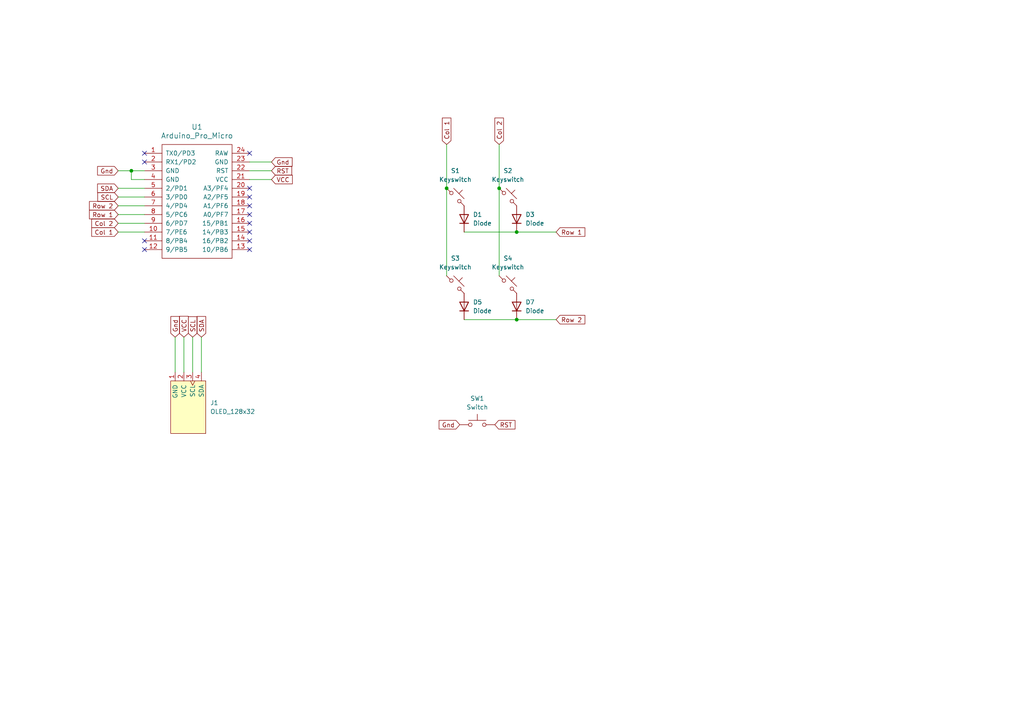
<source format=kicad_sch>
(kicad_sch (version 20250114) (generator "eeschema") (generator_version "9.0")
  (paper "A4")
  (lib_symbols
    (symbol "ScottoKeebs:MCU_Arduino_Pro_Micro" (pin_names (offset 1.016))
      (property "Reference" "U" (at 0 0 0))
      (property "Value" "Arduino_Pro_Micro" (at 0 -19.05 0))
      (symbol "MCU_Arduino_Pro_Micro_0_1"
        (rectangle (start -10.16 16.51) (end 10.16 -16.51))
      )
      (symbol "MCU_Arduino_Pro_Micro_1_1"
        (pin input line (at -15.24 13.97 0) (length 5.08) (name "TX0/PD3") (number "1"))
        (pin input line (at -15.24 11.43 0) (length 5.08) (name "RX1/PD2") (number "2"))
        (pin input line (at -15.24 8.89 0) (length 5.08) (name "GND") (number "3"))
        (pin input line (at -15.24 6.35 0) (length 5.08) (name "GND") (number "4"))
        (pin input line (at -15.24 3.81 0) (length 5.08) (name "2/PD1") (number "5"))
        (pin input line (at -15.24 1.27 0) (length 5.08) (name "3/PD0") (number "6"))
        (pin input line (at -15.24 -1.27 0) (length 5.08) (name "4/PD4") (number "7"))
        (pin input line (at -15.24 -3.81 0) (length 5.08) (name "5/PC6") (number "8"))
        (pin input line (at -15.24 -6.35 0) (length 5.08) (name "6/PD7") (number "9"))
        (pin input line (at -15.24 -8.89 0) (length 5.08) (name "7/PE6") (number "10"))
        (pin input line (at -15.24 -11.43 0) (length 5.08) (name "8/PB4") (number "11"))
        (pin input line (at -15.24 -13.97 0) (length 5.08) (name "9/PB5") (number "12"))
        (pin input line (at 15.24 13.97 180) (length 5.08) (name "RAW") (number "24"))
        (pin input line (at 15.24 11.43 180) (length 5.08) (name "GND") (number "23"))
        (pin input line (at 15.24 8.89 180) (length 5.08) (name "RST") (number "22"))
        (pin input line (at 15.24 6.35 180) (length 5.08) (name "VCC") (number "21"))
        (pin input line (at 15.24 3.81 180) (length 5.08) (name "A3/PF4") (number "20"))
        (pin input line (at 15.24 1.27 180) (length 5.08) (name "A2/PF5") (number "19"))
        (pin input line (at 15.24 -1.27 180) (length 5.08) (name "A1/PF6") (number "18"))
        (pin input line (at 15.24 -3.81 180) (length 5.08) (name "A0/PF7") (number "17"))
        (pin input line (at 15.24 -6.35 180) (length 5.08) (name "15/PB1") (number "16"))
        (pin input line (at 15.24 -8.89 180) (length 5.08) (name "14/PB3") (number "15"))
        (pin input line (at 15.24 -11.43 180) (length 5.08) (name "16/PB2") (number "14"))
        (pin input line (at 15.24 -13.97 180) (length 5.08) (name "10/PB6") (number "13"))
      )
    )
    (symbol "ScottoKeebs:OLED_128x32" (pin_names (offset 1.016))
      (property "Reference" "J" (at 0 -6.35 0))
      (property "Value" "OLED_128x32" (at 0 6.35 0))
      (symbol "OLED_128x32_0_1"
        (rectangle (start 0 5.08) (end 15.24 -5.08) (fill (type background)))
      )
      (symbol "OLED_128x32_1_1"
        (pin bidirectional line (at -2.54 3.81 0) (length 2.54) (name "SDA") (number "4"))
        (pin input clock (at -2.54 1.27 0) (length 2.54) (name "SCL") (number "3"))
        (pin power_in line (at -2.54 -1.27 0) (length 2.54) (name "VCC") (number "2"))
        (pin power_in line (at -2.54 -3.81 0) (length 2.54) (name "GND") (number "1"))
      )
    )
    (symbol "ScottoKeebs:Placeholder_Diode" (pin_numbers (hide yes)) (pin_names (hide yes))
      (property "Reference" "D" (at 0 2.54 0))
      (property "Value" "Diode" (at 0 -2.54 0))
      (symbol "Placeholder_Diode_0_1"
        (polyline (pts (xy -1.27 1.27) (xy -1.27 -1.27)) (stroke (width 0.254)))
        (polyline (pts (xy 1.27 1.27) (xy 1.27 -1.27) (xy -1.27 0) (xy 1.27 1.27)) (stroke (width 0.254)))
        (polyline (pts (xy 1.27 0) (xy -1.27 0)))
      )
      (symbol "Placeholder_Diode_1_1"
        (pin passive line (at -3.81 0 0) (length 2.54) (name "K") (number "1"))
        (pin passive line (at 3.81 0 180) (length 2.54) (name "A") (number "2"))
      )
    )
    (symbol "ScottoKeebs:Placeholder_Keyswitch" (pin_numbers (hide yes)) (pin_names (offset 1.016) (hide yes))
      (property "Reference" "S" (at 3.048 1.016 0))
      (property "Value" "Keyswitch" (at 0 -3.81 0))
      (symbol "Placeholder_Keyswitch_0_1"
        (polyline (pts (xy -2.54 2.54) (xy -1.524 1.524) (xy -1.524 1.524)))
        (circle (center -1.1684 1.1684) (radius 0.508))
        (polyline (pts (xy -0.508 2.54) (xy 2.54 -0.508)))
        (polyline (pts (xy 1.016 1.016) (xy 2.032 2.032)))
        (circle (center 1.143 -1.1938) (radius 0.508))
        (polyline (pts (xy 1.524 -1.524) (xy 2.54 -2.54) (xy 2.54 -2.54) (xy 2.54 -2.54)))
        (pin passive line (at -2.54 2.54 0) (length 0) (name "1") (number "1"))
        (pin passive line (at 2.54 -2.54 180) (length 0) (name "2") (number "2"))
      )
    )
    (symbol "ScottoKeebs:Placeholder_Switch" (pin_numbers (hide yes)) (pin_names (offset 1.016) (hide yes))
      (property "Reference" "SW" (at 1.27 2.54 0))
      (property "Value" "Switch" (at 0 -1.524 0))
      (symbol "Placeholder_Switch_0_1"
        (circle (center -2.032 0) (radius 0.508))
        (polyline (pts (xy 0 1.27) (xy 0 3.048)))
        (circle (center 2.032 0) (radius 0.508))
        (polyline (pts (xy 2.54 1.27) (xy -2.54 1.27)))
        (pin passive line (at -5.08 0 0) (length 2.54) (name "1") (number "1"))
        (pin passive line (at 5.08 0 180) (length 2.54) (name "2") (number "2"))
      )
    )
  )
  (junction (at 38.1 49.53))
  (junction (at 149.86 67.31))
  (junction (at 129.54 54.61))
  (junction (at 149.86 92.71))
  (junction (at 144.78 54.61))
  (no_connect (at 72.39 57.15))
  (no_connect (at 72.39 62.23))
  (no_connect (at 72.39 69.85))
  (no_connect (at 72.39 59.69))
  (no_connect (at 41.91 69.85))
  (no_connect (at 41.91 72.39))
  (no_connect (at 72.39 54.61))
  (no_connect (at 72.39 64.77))
  (no_connect (at 41.91 44.45))
  (no_connect (at 41.91 46.99))
  (no_connect (at 72.39 44.45))
  (no_connect (at 72.39 67.31))
  (no_connect (at 72.39 72.39))
  (wire (pts (xy 38.1 49.53) (xy 38.1 52.07)))
  (wire (pts (xy 41.91 52.07) (xy 38.1 52.07)))
  (wire (pts (xy 38.1 49.53) (xy 41.91 49.53)))
  (wire (pts (xy 34.29 49.53) (xy 38.1 49.53)))
  (wire (pts (xy 53.34 97.79) (xy 53.34 107.95)))
  (wire (pts (xy 129.54 54.61) (xy 129.54 80.01)))
  (wire (pts (xy 58.42 97.79) (xy 58.42 107.95)))
  (wire (pts (xy 34.29 54.61) (xy 41.91 54.61)))
  (wire (pts (xy 55.88 97.79) (xy 55.88 107.95)))
  (wire (pts (xy 134.62 67.31) (xy 149.86 67.31)))
  (wire (pts (xy 34.29 62.23) (xy 41.91 62.23)))
  (wire (pts (xy 78.74 46.99) (xy 72.39 46.99)))
  (wire (pts (xy 129.54 41.91) (xy 129.54 54.61)))
  (wire (pts (xy 134.62 92.71) (xy 149.86 92.71)))
  (wire (pts (xy 34.29 64.77) (xy 41.91 64.77)))
  (wire (pts (xy 144.78 54.61) (xy 144.78 80.01)))
  (wire (pts (xy 34.29 59.69) (xy 41.91 59.69)))
  (wire (pts (xy 161.29 67.31) (xy 149.86 67.31)))
  (wire (pts (xy 34.29 67.31) (xy 41.91 67.31)))
  (wire (pts (xy 78.74 49.53) (xy 72.39 49.53)))
  (wire (pts (xy 144.78 41.91) (xy 144.78 54.61)))
  (wire (pts (xy 78.74 52.07) (xy 72.39 52.07)))
  (wire (pts (xy 50.8 97.79) (xy 50.8 107.95)))
  (wire (pts (xy 34.29 57.15) (xy 41.91 57.15)))
  (wire (pts (xy 161.29 92.71) (xy 149.86 92.71)))
  (global_label "SDA" (shape input) (at 58.42 97.79 90) (property "Intersheetrefs" "${INTERSHEET_REFS}" (effects (hide yes))))
  (global_label "Row 2" (shape input) (at 161.29 92.71 0) (property "Intersheetrefs" "${INTERSHEET_REFS}" (effects (hide yes))))
  (global_label "Gnd" (shape input) (at 133.35 123.19 180) (property "Intersheetrefs" "${INTERSHEET_REFS}" (effects (hide yes))))
  (global_label "Col 1" (shape input) (at 129.54 41.91 90) (property "Intersheetrefs" "${INTERSHEET_REFS}" (effects (hide yes))))
  (global_label "SCL" (shape input) (at 34.29 57.15 180) (property "Intersheetrefs" "${INTERSHEET_REFS}" (effects (hide yes))))
  (global_label "Row 2" (shape input) (at 34.29 59.69 180) (property "Intersheetrefs" "${INTERSHEET_REFS}" (effects (hide yes))))
  (global_label "Row 1" (shape input) (at 161.29 67.31 0) (property "Intersheetrefs" "${INTERSHEET_REFS}" (effects (hide yes))))
  (global_label "Row 1" (shape input) (at 34.29 62.23 180) (property "Intersheetrefs" "${INTERSHEET_REFS}" (effects (hide yes))))
  (global_label "VCC" (shape input) (at 53.34 97.79 90) (property "Intersheetrefs" "${INTERSHEET_REFS}" (effects (hide yes))))
  (global_label "Col 2" (shape input) (at 144.78 41.91 90) (property "Intersheetrefs" "${INTERSHEET_REFS}" (effects (hide yes))))
  (global_label "RST" (shape input) (at 143.51 123.19 0) (property "Intersheetrefs" "${INTERSHEET_REFS}" (effects (hide yes))))
  (global_label "RST" (shape input) (at 78.74 49.53 0) (property "Intersheetrefs" "${INTERSHEET_REFS}" (effects (hide yes))))
  (global_label "Col 2" (shape input) (at 34.29 64.77 180) (property "Intersheetrefs" "${INTERSHEET_REFS}" (effects (hide yes))))
  (global_label "SDA" (shape input) (at 34.29 54.61 180) (property "Intersheetrefs" "${INTERSHEET_REFS}" (effects (hide yes))))
  (global_label "SCL" (shape input) (at 55.88 97.79 90) (property "Intersheetrefs" "${INTERSHEET_REFS}" (effects (hide yes))))
  (global_label "Gnd" (shape input) (at 78.74 46.99 0) (property "Intersheetrefs" "${INTERSHEET_REFS}" (effects (hide yes))))
  (global_label "Gnd" (shape input) (at 50.8 97.79 90) (property "Intersheetrefs" "${INTERSHEET_REFS}" (effects (hide yes))))
  (global_label "Gnd" (shape input) (at 34.29 49.53 180) (property "Intersheetrefs" "${INTERSHEET_REFS}" (effects (hide yes))))
  (global_label "Col 1" (shape input) (at 34.29 67.31 180) (property "Intersheetrefs" "${INTERSHEET_REFS}" (effects (hide yes))))
  (global_label "VCC" (shape input) (at 78.74 52.07 0) (property "Intersheetrefs" "${INTERSHEET_REFS}" (effects (hide yes))))
  (symbol (lib_id "ScottoKeebs:Placeholder_Switch") (at 138.43 123.19 0) (unit 1)
    (property "Reference" "SW1" (at 138.43 115.57 0))
    (property "Value" "Switch" (at 138.43 118.11 0))
    (property "Footprint" "ScottoKeebs_Components:Button_TL3342" (effects (hide yes)))
    (property "Description" "Push button switch, generic, two pins" (effects (hide yes)))
  )
  (symbol (lib_id "ScottoKeebs:Placeholder_Diode") (at 149.86 63.5 90) (unit 1)
    (property "Reference" "D3" (at 152.4 62.2299 90) (effects (justify right)))
    (property "Value" "Diode" (at 152.4 64.7699 90) (effects (justify right)))
    (property "Footprint" "ScottoKeebs_Components:Diode_DO-35" (effects (hide yes)))
    (property "Description" "1N4148 (DO-35) or 1N4148W (SOD-123)" (effects (hide yes)))
    (property "Sim.Device" "D" (effects (hide yes)))
    (property "Sim.Pins" "1=K 2=A" (effects (hide yes)))
  )
  (symbol (lib_id "ScottoKeebs:MCU_Arduino_Pro_Micro") (at 57.15 58.42 0) (unit 1)
    (property "Reference" "U1" (at 57.15 36.83 0) (effects (font (size 1.524 1.524))))
    (property "Value" "Arduino_Pro_Micro" (at 57.15 39.37 0) (effects (font (size 1.524 1.524))))
    (property "Footprint" "ScottoKeebs_MCU:Arduino_Pro_Micro" (effects (hide yes)))
  )
  (symbol (lib_id "ScottoKeebs:Placeholder_Keyswitch") (at 132.08 57.15 0) (unit 1)
    (property "Reference" "S1" (at 132.08 49.53 0))
    (property "Value" "Keyswitch" (at 132.08 52.07 0))
    (property "Footprint" "ScottoKeebs_MX:MX_Plate_ISOEnter_180deg" (effects (hide yes)))
    (property "Description" "Push button switch, normally open, two pins, 45° tilted" (effects (hide yes)))
  )
  (symbol (lib_id "ScottoKeebs:Placeholder_Diode") (at 149.86 88.9 90) (unit 1)
    (property "Reference" "D7" (at 152.4 87.6299 90) (effects (justify right)))
    (property "Value" "Diode" (at 152.4 90.1699 90) (effects (justify right)))
    (property "Footprint" "ScottoKeebs_Components:Diode_DO-35" (effects (hide yes)))
    (property "Description" "1N4148 (DO-35) or 1N4148W (SOD-123)" (effects (hide yes)))
    (property "Sim.Device" "D" (effects (hide yes)))
    (property "Sim.Pins" "1=K 2=A" (effects (hide yes)))
  )
  (symbol (lib_id "ScottoKeebs:Placeholder_Keyswitch") (at 132.08 82.55 0) (unit 1)
    (property "Reference" "S3" (at 132.08 74.93 0))
    (property "Value" "Keyswitch" (at 132.08 77.47 0))
    (property "Footprint" "ScottoKeebs_MX:MX_PCB_1.00u" (effects (hide yes)))
    (property "Description" "Push button switch, normally open, two pins, 45° tilted" (effects (hide yes)))
  )
  (symbol (lib_id "ScottoKeebs:Placeholder_Diode") (at 134.62 88.9 90) (unit 1)
    (property "Reference" "D5" (at 137.16 87.6299 90) (effects (justify right)))
    (property "Value" "Diode" (at 137.16 90.1699 90) (effects (justify right)))
    (property "Footprint" "ScottoKeebs_Components:Diode_DO-35" (effects (hide yes)))
    (property "Description" "1N4148 (DO-35) or 1N4148W (SOD-123)" (effects (hide yes)))
    (property "Sim.Device" "D" (effects (hide yes)))
    (property "Sim.Pins" "1=K 2=A" (effects (hide yes)))
  )
  (symbol (lib_id "ScottoKeebs:Placeholder_Diode") (at 134.62 63.5 90) (unit 1)
    (property "Reference" "D1" (at 137.16 62.2299 90) (effects (justify right)))
    (property "Value" "Diode" (at 137.16 64.7699 90) (effects (justify right)))
    (property "Footprint" "ScottoKeebs_Components:Diode_DO-35" (effects (hide yes)))
    (property "Description" "1N4148 (DO-35) or 1N4148W (SOD-123)" (effects (hide yes)))
    (property "Sim.Device" "D" (effects (hide yes)))
    (property "Sim.Pins" "1=K 2=A" (effects (hide yes)))
  )
  (symbol (lib_id "ScottoKeebs:Placeholder_Keyswitch") (at 147.32 82.55 0) (unit 1)
    (property "Reference" "S4" (at 147.32 74.93 0))
    (property "Value" "Keyswitch" (at 147.32 77.47 0))
    (property "Footprint" "ScottoKeebs_MX:MX_Plate_ISOEnter" (effects (hide yes)))
    (property "Description" "Push button switch, normally open, two pins, 45° tilted" (effects (hide yes)))
  )
  (symbol (lib_id "ScottoKeebs:Placeholder_Keyswitch") (at 147.32 57.15 0) (unit 1)
    (property "Reference" "S2" (at 147.32 49.53 0))
    (property "Value" "Keyswitch" (at 147.32 52.07 0))
    (property "Footprint" "ScottoKeebs_MX:MX_PCB_1.00u" (effects (hide yes)))
    (property "Description" "Push button switch, normally open, two pins, 45° tilted" (effects (hide yes)))
  )
  (symbol (lib_id "ScottoKeebs:OLED_128x32") (at 54.61 110.49 270) (unit 1)
    (property "Reference" "J1" (at 60.96 116.8399 90) (effects (justify left)))
    (property "Value" "OLED_128x32" (at 60.96 119.3799 90) (effects (justify left)))
    (property "Footprint" "ScottoKeebs_Components:OLED_128x32" (effects (hide yes)))
  )
)
</source>
